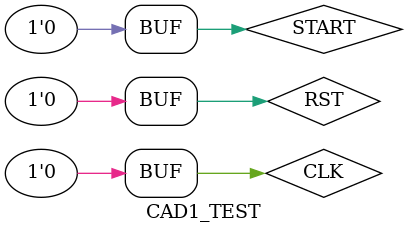
<source format=v>
`timescale 1ns/1ns

module CAD1_TEST();
    reg CLK = 1'b0;
    reg RST = 1'b0;
    reg START = 1'b0;

    wire DONE;

    top_module CAD1(.start(START) , .clk(CLK) , .rst(RST) , .done(DONE));
    initial repeat(400) #350 CLK = ~CLK;
    initial begin
    #1000 RST = 1'b1;
    #1000 RST = 1'b0;
    #1000 START = 1'b1;
    #1000 START = 1'b0;
    end
endmodule
</source>
